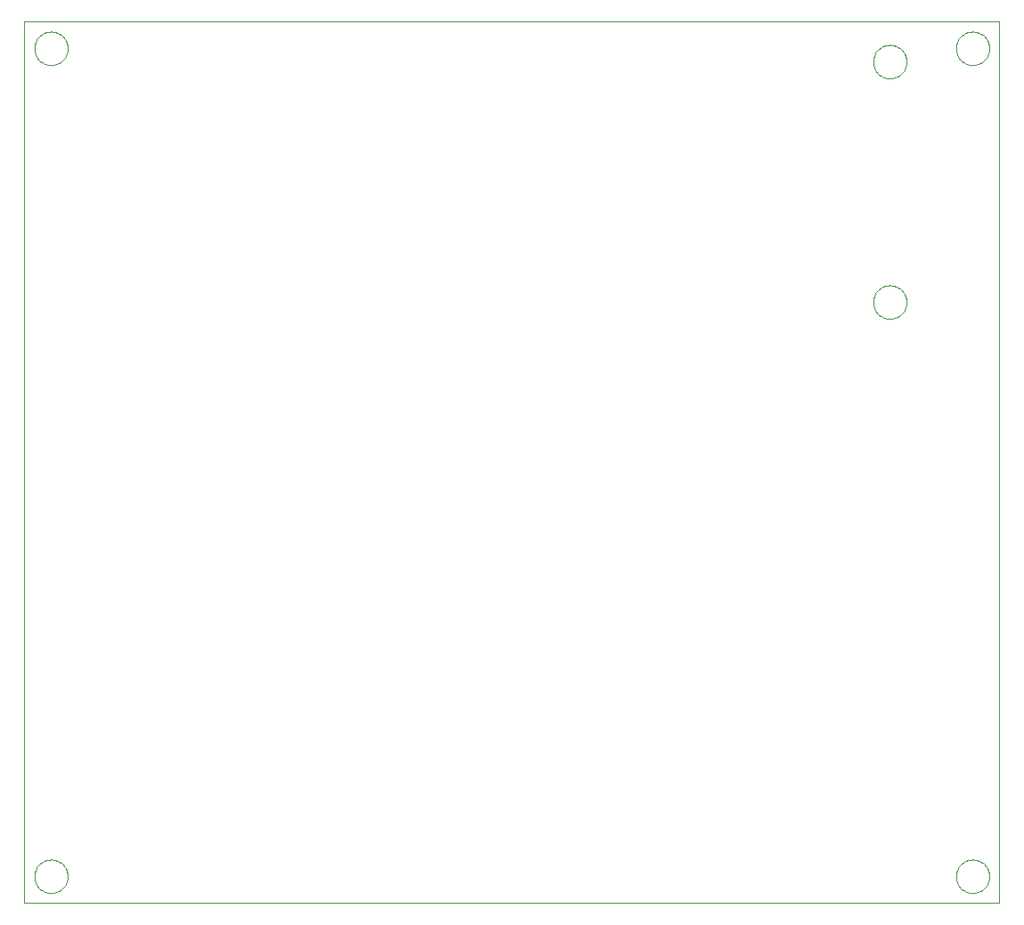
<source format=gko>
G75*
%MOIN*%
%OFA0B0*%
%FSLAX24Y24*%
%IPPOS*%
%LPD*%
%AMOC8*
5,1,8,0,0,1.08239X$1,22.5*
%
%ADD10C,0.0000*%
D10*
X004863Y000680D02*
X004863Y033680D01*
X041363Y033680D01*
X041363Y000680D01*
X004863Y000680D01*
X005238Y001680D02*
X005240Y001730D01*
X005246Y001779D01*
X005256Y001828D01*
X005269Y001875D01*
X005287Y001922D01*
X005308Y001967D01*
X005332Y002010D01*
X005360Y002051D01*
X005391Y002090D01*
X005425Y002126D01*
X005462Y002160D01*
X005502Y002190D01*
X005543Y002217D01*
X005587Y002241D01*
X005632Y002261D01*
X005679Y002277D01*
X005727Y002290D01*
X005776Y002299D01*
X005826Y002304D01*
X005875Y002305D01*
X005925Y002302D01*
X005974Y002295D01*
X006023Y002284D01*
X006070Y002270D01*
X006116Y002251D01*
X006161Y002229D01*
X006204Y002204D01*
X006244Y002175D01*
X006282Y002143D01*
X006318Y002109D01*
X006351Y002071D01*
X006380Y002031D01*
X006406Y001989D01*
X006429Y001945D01*
X006448Y001899D01*
X006464Y001852D01*
X006476Y001803D01*
X006484Y001754D01*
X006488Y001705D01*
X006488Y001655D01*
X006484Y001606D01*
X006476Y001557D01*
X006464Y001508D01*
X006448Y001461D01*
X006429Y001415D01*
X006406Y001371D01*
X006380Y001329D01*
X006351Y001289D01*
X006318Y001251D01*
X006282Y001217D01*
X006244Y001185D01*
X006204Y001156D01*
X006161Y001131D01*
X006116Y001109D01*
X006070Y001090D01*
X006023Y001076D01*
X005974Y001065D01*
X005925Y001058D01*
X005875Y001055D01*
X005826Y001056D01*
X005776Y001061D01*
X005727Y001070D01*
X005679Y001083D01*
X005632Y001099D01*
X005587Y001119D01*
X005543Y001143D01*
X005502Y001170D01*
X005462Y001200D01*
X005425Y001234D01*
X005391Y001270D01*
X005360Y001309D01*
X005332Y001350D01*
X005308Y001393D01*
X005287Y001438D01*
X005269Y001485D01*
X005256Y001532D01*
X005246Y001581D01*
X005240Y001630D01*
X005238Y001680D01*
X036638Y023180D02*
X036640Y023230D01*
X036646Y023279D01*
X036656Y023328D01*
X036669Y023375D01*
X036687Y023422D01*
X036708Y023467D01*
X036732Y023510D01*
X036760Y023551D01*
X036791Y023590D01*
X036825Y023626D01*
X036862Y023660D01*
X036902Y023690D01*
X036943Y023717D01*
X036987Y023741D01*
X037032Y023761D01*
X037079Y023777D01*
X037127Y023790D01*
X037176Y023799D01*
X037226Y023804D01*
X037275Y023805D01*
X037325Y023802D01*
X037374Y023795D01*
X037423Y023784D01*
X037470Y023770D01*
X037516Y023751D01*
X037561Y023729D01*
X037604Y023704D01*
X037644Y023675D01*
X037682Y023643D01*
X037718Y023609D01*
X037751Y023571D01*
X037780Y023531D01*
X037806Y023489D01*
X037829Y023445D01*
X037848Y023399D01*
X037864Y023352D01*
X037876Y023303D01*
X037884Y023254D01*
X037888Y023205D01*
X037888Y023155D01*
X037884Y023106D01*
X037876Y023057D01*
X037864Y023008D01*
X037848Y022961D01*
X037829Y022915D01*
X037806Y022871D01*
X037780Y022829D01*
X037751Y022789D01*
X037718Y022751D01*
X037682Y022717D01*
X037644Y022685D01*
X037604Y022656D01*
X037561Y022631D01*
X037516Y022609D01*
X037470Y022590D01*
X037423Y022576D01*
X037374Y022565D01*
X037325Y022558D01*
X037275Y022555D01*
X037226Y022556D01*
X037176Y022561D01*
X037127Y022570D01*
X037079Y022583D01*
X037032Y022599D01*
X036987Y022619D01*
X036943Y022643D01*
X036902Y022670D01*
X036862Y022700D01*
X036825Y022734D01*
X036791Y022770D01*
X036760Y022809D01*
X036732Y022850D01*
X036708Y022893D01*
X036687Y022938D01*
X036669Y022985D01*
X036656Y023032D01*
X036646Y023081D01*
X036640Y023130D01*
X036638Y023180D01*
X036638Y032180D02*
X036640Y032230D01*
X036646Y032279D01*
X036656Y032328D01*
X036669Y032375D01*
X036687Y032422D01*
X036708Y032467D01*
X036732Y032510D01*
X036760Y032551D01*
X036791Y032590D01*
X036825Y032626D01*
X036862Y032660D01*
X036902Y032690D01*
X036943Y032717D01*
X036987Y032741D01*
X037032Y032761D01*
X037079Y032777D01*
X037127Y032790D01*
X037176Y032799D01*
X037226Y032804D01*
X037275Y032805D01*
X037325Y032802D01*
X037374Y032795D01*
X037423Y032784D01*
X037470Y032770D01*
X037516Y032751D01*
X037561Y032729D01*
X037604Y032704D01*
X037644Y032675D01*
X037682Y032643D01*
X037718Y032609D01*
X037751Y032571D01*
X037780Y032531D01*
X037806Y032489D01*
X037829Y032445D01*
X037848Y032399D01*
X037864Y032352D01*
X037876Y032303D01*
X037884Y032254D01*
X037888Y032205D01*
X037888Y032155D01*
X037884Y032106D01*
X037876Y032057D01*
X037864Y032008D01*
X037848Y031961D01*
X037829Y031915D01*
X037806Y031871D01*
X037780Y031829D01*
X037751Y031789D01*
X037718Y031751D01*
X037682Y031717D01*
X037644Y031685D01*
X037604Y031656D01*
X037561Y031631D01*
X037516Y031609D01*
X037470Y031590D01*
X037423Y031576D01*
X037374Y031565D01*
X037325Y031558D01*
X037275Y031555D01*
X037226Y031556D01*
X037176Y031561D01*
X037127Y031570D01*
X037079Y031583D01*
X037032Y031599D01*
X036987Y031619D01*
X036943Y031643D01*
X036902Y031670D01*
X036862Y031700D01*
X036825Y031734D01*
X036791Y031770D01*
X036760Y031809D01*
X036732Y031850D01*
X036708Y031893D01*
X036687Y031938D01*
X036669Y031985D01*
X036656Y032032D01*
X036646Y032081D01*
X036640Y032130D01*
X036638Y032180D01*
X039738Y032680D02*
X039740Y032730D01*
X039746Y032779D01*
X039756Y032828D01*
X039769Y032875D01*
X039787Y032922D01*
X039808Y032967D01*
X039832Y033010D01*
X039860Y033051D01*
X039891Y033090D01*
X039925Y033126D01*
X039962Y033160D01*
X040002Y033190D01*
X040043Y033217D01*
X040087Y033241D01*
X040132Y033261D01*
X040179Y033277D01*
X040227Y033290D01*
X040276Y033299D01*
X040326Y033304D01*
X040375Y033305D01*
X040425Y033302D01*
X040474Y033295D01*
X040523Y033284D01*
X040570Y033270D01*
X040616Y033251D01*
X040661Y033229D01*
X040704Y033204D01*
X040744Y033175D01*
X040782Y033143D01*
X040818Y033109D01*
X040851Y033071D01*
X040880Y033031D01*
X040906Y032989D01*
X040929Y032945D01*
X040948Y032899D01*
X040964Y032852D01*
X040976Y032803D01*
X040984Y032754D01*
X040988Y032705D01*
X040988Y032655D01*
X040984Y032606D01*
X040976Y032557D01*
X040964Y032508D01*
X040948Y032461D01*
X040929Y032415D01*
X040906Y032371D01*
X040880Y032329D01*
X040851Y032289D01*
X040818Y032251D01*
X040782Y032217D01*
X040744Y032185D01*
X040704Y032156D01*
X040661Y032131D01*
X040616Y032109D01*
X040570Y032090D01*
X040523Y032076D01*
X040474Y032065D01*
X040425Y032058D01*
X040375Y032055D01*
X040326Y032056D01*
X040276Y032061D01*
X040227Y032070D01*
X040179Y032083D01*
X040132Y032099D01*
X040087Y032119D01*
X040043Y032143D01*
X040002Y032170D01*
X039962Y032200D01*
X039925Y032234D01*
X039891Y032270D01*
X039860Y032309D01*
X039832Y032350D01*
X039808Y032393D01*
X039787Y032438D01*
X039769Y032485D01*
X039756Y032532D01*
X039746Y032581D01*
X039740Y032630D01*
X039738Y032680D01*
X005238Y032680D02*
X005240Y032730D01*
X005246Y032779D01*
X005256Y032828D01*
X005269Y032875D01*
X005287Y032922D01*
X005308Y032967D01*
X005332Y033010D01*
X005360Y033051D01*
X005391Y033090D01*
X005425Y033126D01*
X005462Y033160D01*
X005502Y033190D01*
X005543Y033217D01*
X005587Y033241D01*
X005632Y033261D01*
X005679Y033277D01*
X005727Y033290D01*
X005776Y033299D01*
X005826Y033304D01*
X005875Y033305D01*
X005925Y033302D01*
X005974Y033295D01*
X006023Y033284D01*
X006070Y033270D01*
X006116Y033251D01*
X006161Y033229D01*
X006204Y033204D01*
X006244Y033175D01*
X006282Y033143D01*
X006318Y033109D01*
X006351Y033071D01*
X006380Y033031D01*
X006406Y032989D01*
X006429Y032945D01*
X006448Y032899D01*
X006464Y032852D01*
X006476Y032803D01*
X006484Y032754D01*
X006488Y032705D01*
X006488Y032655D01*
X006484Y032606D01*
X006476Y032557D01*
X006464Y032508D01*
X006448Y032461D01*
X006429Y032415D01*
X006406Y032371D01*
X006380Y032329D01*
X006351Y032289D01*
X006318Y032251D01*
X006282Y032217D01*
X006244Y032185D01*
X006204Y032156D01*
X006161Y032131D01*
X006116Y032109D01*
X006070Y032090D01*
X006023Y032076D01*
X005974Y032065D01*
X005925Y032058D01*
X005875Y032055D01*
X005826Y032056D01*
X005776Y032061D01*
X005727Y032070D01*
X005679Y032083D01*
X005632Y032099D01*
X005587Y032119D01*
X005543Y032143D01*
X005502Y032170D01*
X005462Y032200D01*
X005425Y032234D01*
X005391Y032270D01*
X005360Y032309D01*
X005332Y032350D01*
X005308Y032393D01*
X005287Y032438D01*
X005269Y032485D01*
X005256Y032532D01*
X005246Y032581D01*
X005240Y032630D01*
X005238Y032680D01*
X039738Y001680D02*
X039740Y001730D01*
X039746Y001779D01*
X039756Y001828D01*
X039769Y001875D01*
X039787Y001922D01*
X039808Y001967D01*
X039832Y002010D01*
X039860Y002051D01*
X039891Y002090D01*
X039925Y002126D01*
X039962Y002160D01*
X040002Y002190D01*
X040043Y002217D01*
X040087Y002241D01*
X040132Y002261D01*
X040179Y002277D01*
X040227Y002290D01*
X040276Y002299D01*
X040326Y002304D01*
X040375Y002305D01*
X040425Y002302D01*
X040474Y002295D01*
X040523Y002284D01*
X040570Y002270D01*
X040616Y002251D01*
X040661Y002229D01*
X040704Y002204D01*
X040744Y002175D01*
X040782Y002143D01*
X040818Y002109D01*
X040851Y002071D01*
X040880Y002031D01*
X040906Y001989D01*
X040929Y001945D01*
X040948Y001899D01*
X040964Y001852D01*
X040976Y001803D01*
X040984Y001754D01*
X040988Y001705D01*
X040988Y001655D01*
X040984Y001606D01*
X040976Y001557D01*
X040964Y001508D01*
X040948Y001461D01*
X040929Y001415D01*
X040906Y001371D01*
X040880Y001329D01*
X040851Y001289D01*
X040818Y001251D01*
X040782Y001217D01*
X040744Y001185D01*
X040704Y001156D01*
X040661Y001131D01*
X040616Y001109D01*
X040570Y001090D01*
X040523Y001076D01*
X040474Y001065D01*
X040425Y001058D01*
X040375Y001055D01*
X040326Y001056D01*
X040276Y001061D01*
X040227Y001070D01*
X040179Y001083D01*
X040132Y001099D01*
X040087Y001119D01*
X040043Y001143D01*
X040002Y001170D01*
X039962Y001200D01*
X039925Y001234D01*
X039891Y001270D01*
X039860Y001309D01*
X039832Y001350D01*
X039808Y001393D01*
X039787Y001438D01*
X039769Y001485D01*
X039756Y001532D01*
X039746Y001581D01*
X039740Y001630D01*
X039738Y001680D01*
M02*

</source>
